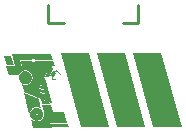
<source format=gbo>
G04 Layer: BottomSilkscreenLayer*
G04 EasyEDA v6.5.34, 2024-07-20 14:38:50*
G04 d238affa5e1f45398f1abd9929531197,9f2f25eebc5e4964923e048cec00becc,10*
G04 Gerber Generator version 0.2*
G04 Scale: 100 percent, Rotated: No, Reflected: No *
G04 Dimensions in inches *
G04 leading zeros omitted , absolute positions ,3 integer and 6 decimal *
%FSLAX36Y36*%
%MOIN*%

%ADD10C,0.0100*%

%LPD*%
G36*
X131640Y112960D02*
G01*
X199140Y-133360D01*
X293880Y-133360D01*
X226280Y112960D01*
G37*
G36*
X10520Y112960D02*
G01*
X78080Y-133280D01*
X172700Y-133360D01*
X172700Y-133060D01*
X105200Y112960D01*
G37*
G36*
X-109520Y112960D02*
G01*
X-109520Y112700D01*
X-42060Y-133200D01*
X-41920Y-133360D01*
X52640Y-133280D01*
X-14880Y112940D01*
G37*
G36*
X-140940Y112579D02*
G01*
X-271940Y111180D01*
X-272000Y111100D01*
X-262100Y71300D01*
X-262060Y70860D01*
X-291080Y71080D01*
X-282680Y40300D01*
X-249820Y40300D01*
X-248039Y44240D01*
X-245900Y47460D01*
X-242180Y51200D01*
X-238939Y53339D01*
X-235780Y54840D01*
X-235960Y55720D01*
X-245159Y90120D01*
X-245159Y90520D01*
X-206500Y90760D01*
X-206500Y91140D01*
X-208400Y96820D01*
X-191940Y90879D01*
X-191360Y90879D01*
X-191360Y91120D01*
X-193619Y98460D01*
X-190440Y98460D01*
X-188120Y90980D01*
X-188039Y90900D01*
X-135060Y91260D01*
X-134960Y91320D01*
G37*
G36*
X-296740Y104900D02*
G01*
X-296580Y104500D01*
X-288900Y74620D01*
X-265600Y74620D01*
X-273340Y104900D01*
G37*
G36*
X-134320Y88920D02*
G01*
X-187140Y88539D01*
X-187300Y88379D01*
X-185280Y81940D01*
X-188340Y81840D01*
X-188480Y82000D01*
X-190500Y88379D01*
X-191340Y88480D01*
X-202700Y81060D01*
X-203020Y81020D01*
X-205580Y88480D01*
X-216720Y88300D01*
X-242000Y88140D01*
X-242120Y88000D01*
X-233440Y55599D01*
X-230420Y56260D01*
X-225700Y56460D01*
X-222620Y56060D01*
X-219140Y55160D01*
X-216220Y53900D01*
X-214100Y52699D01*
X-211560Y50820D01*
X-209360Y48780D01*
X-207280Y46180D01*
X-205680Y43540D01*
X-204600Y41180D01*
X-203760Y38600D01*
X-203280Y36360D01*
X-202960Y33620D01*
X-202960Y31920D01*
X-164520Y31920D01*
X-146200Y69220D01*
X-130700Y69500D01*
X-128920Y69700D01*
G37*
G36*
X-138440Y66560D02*
G01*
X-143700Y66480D01*
X-160700Y33620D01*
X-148600Y33540D01*
X-148360Y33780D01*
X-134960Y61640D01*
X-135220Y62160D01*
G37*
G36*
X-121940Y57980D02*
G01*
X-129740Y53160D01*
X-129960Y52939D01*
X-126740Y49940D01*
X-126320Y50100D01*
X-122140Y53640D01*
X-108520Y39660D01*
X-108219Y39660D01*
X-108040Y40119D01*
G37*
G36*
X-134900Y55119D02*
G01*
X-143800Y37300D01*
X-129920Y34020D01*
X-124000Y46000D01*
X-124740Y46700D01*
X-134660Y55119D01*
G37*
G36*
X-224620Y53800D02*
G01*
X-230420Y53700D01*
X-234120Y52740D01*
X-236940Y51540D01*
X-239720Y49800D01*
X-242240Y47680D01*
X-244820Y44540D01*
X-246320Y42000D01*
X-247440Y39420D01*
X-248400Y35700D01*
X-248580Y30840D01*
X-248200Y28140D01*
X-247520Y25560D01*
X-246420Y22820D01*
X-245957Y22020D01*
X-238860Y22020D01*
X-217360Y44960D01*
X-215500Y43280D01*
X-235500Y21860D01*
X-237100Y20240D01*
X-238860Y22020D01*
X-245957Y22020D01*
X-244920Y20259D01*
X-243120Y17980D01*
X-240920Y15820D01*
X-238140Y13839D01*
X-234920Y12260D01*
X-231860Y11319D01*
X-228800Y10820D01*
X-225420Y10820D01*
X-222360Y11279D01*
X-219460Y12120D01*
X-216160Y13700D01*
X-213680Y15420D01*
X-210580Y18380D01*
X-208560Y21220D01*
X-206840Y24760D01*
X-206000Y27639D01*
X-205520Y30560D01*
X-205520Y34060D01*
X-206040Y37320D01*
X-207120Y40640D01*
X-208460Y43280D01*
X-209860Y45380D01*
X-211960Y47760D01*
X-213980Y49500D01*
X-216119Y50920D01*
X-218980Y52360D01*
X-221480Y53160D01*
G37*
G36*
X-138360Y33860D02*
G01*
X-137540Y24520D01*
X-115460Y24520D01*
X-115559Y25560D01*
X-134040Y27580D01*
X-133820Y33320D01*
X-137300Y33820D01*
G37*
G36*
X-203100Y29500D02*
G01*
X-203299Y28300D01*
X-204060Y25059D01*
X-204899Y22839D01*
X-206640Y19500D01*
X-208500Y16880D01*
X-211580Y13799D01*
X-213733Y12280D01*
X-186920Y12240D01*
X-164140Y2680D01*
X-164120Y40D01*
X-187320Y9740D01*
X-187320Y12280D01*
X-213733Y12280D01*
X-214400Y11820D01*
X-217900Y10020D01*
X-220740Y9060D01*
X-224140Y8340D01*
X-229780Y8340D01*
X-233400Y9060D01*
X-236220Y10040D01*
X-239360Y11600D01*
X-239360Y11299D01*
X-236320Y-300D01*
X-183660Y-320D01*
X-161220Y-9720D01*
X-160720Y-10040D01*
X-160820Y-12520D01*
X-183700Y-2940D01*
X-183800Y-300D01*
X-236320Y-300D01*
X-233159Y-12380D01*
X-180760Y-12380D01*
X-157760Y-22000D01*
X-157680Y-24620D01*
X-180799Y-14980D01*
X-180900Y-12380D01*
X-233159Y-12380D01*
X-232600Y-14520D01*
X-232340Y-14760D01*
X-140200Y-51880D01*
X-138820Y-52320D01*
X-162860Y29500D01*
G37*
G36*
X-231700Y-17580D02*
G01*
X-231800Y-17640D01*
X-213500Y-87780D01*
X-212760Y-83660D01*
X-211660Y-80380D01*
X-210320Y-77700D01*
X-208600Y-75100D01*
X-206220Y-72380D01*
X-203200Y-69920D01*
X-201060Y-68600D01*
X-198039Y-67180D01*
X-195460Y-66380D01*
X-192719Y-65780D01*
X-186119Y-65780D01*
X-182780Y-66520D01*
X-180000Y-67500D01*
X-177420Y-68800D01*
X-175320Y-70140D01*
X-173440Y-71680D01*
X-173280Y-71520D01*
X-182680Y-37420D01*
G37*
G36*
X-175479Y-40279D02*
G01*
X-175580Y-40519D01*
X-173160Y-48860D01*
X-170960Y-55940D01*
X-144640Y-56040D01*
X-144880Y-52680D01*
G37*
G36*
X-172320Y-58440D02*
G01*
X-172460Y-58680D01*
X-165560Y-81800D01*
X-134460Y-81800D01*
X-141440Y-58700D01*
X-141600Y-58440D01*
G37*
G36*
X-188860Y-68140D02*
G01*
X-191759Y-68300D01*
X-194579Y-68760D01*
X-197560Y-69740D01*
X-200140Y-71000D01*
X-202700Y-72700D01*
X-205680Y-75540D01*
X-207420Y-77860D01*
X-208900Y-80440D01*
X-209126Y-81020D01*
X-202659Y-81020D01*
X-201300Y-79060D01*
X-201100Y-79080D01*
X-175880Y-97780D01*
X-177360Y-99680D01*
X-177580Y-99680D01*
X-202360Y-81320D01*
X-202659Y-81020D01*
X-209126Y-81020D01*
X-209899Y-82980D01*
X-210660Y-85920D01*
X-211040Y-89680D01*
X-210680Y-93379D01*
X-209920Y-96380D01*
X-208920Y-98960D01*
X-207380Y-101620D01*
X-205920Y-103620D01*
X-203180Y-106380D01*
X-200300Y-108340D01*
X-197600Y-109700D01*
X-194740Y-110620D01*
X-191920Y-111180D01*
X-186759Y-111180D01*
X-183460Y-110480D01*
X-181119Y-109640D01*
X-177940Y-108020D01*
X-175479Y-106180D01*
X-173800Y-104660D01*
X-171840Y-102220D01*
X-170740Y-100480D01*
X-169420Y-97880D01*
X-168460Y-94960D01*
X-167940Y-92040D01*
X-167940Y-87360D01*
X-168520Y-84300D01*
X-169640Y-81080D01*
X-170960Y-78540D01*
X-172800Y-75960D01*
X-175320Y-73380D01*
X-177800Y-71520D01*
X-180159Y-70220D01*
X-182700Y-69200D01*
X-185780Y-68420D01*
G37*
G36*
X-165900Y-84060D02*
G01*
X-165900Y-84460D01*
X-165400Y-87200D01*
X-165380Y-92040D01*
X-165900Y-95100D01*
X-166700Y-97880D01*
X-167860Y-100580D01*
X-169500Y-103320D01*
X-170960Y-105239D01*
X-173220Y-107620D01*
X-175799Y-109640D01*
X-178299Y-111140D01*
X-181260Y-112420D01*
X-183939Y-113200D01*
X-186759Y-113680D01*
X-189500Y-113880D01*
X-193039Y-113560D01*
X-195600Y-113040D01*
X-198520Y-112060D01*
X-201260Y-110740D01*
X-204620Y-108480D01*
X-207880Y-105239D01*
X-209440Y-103140D01*
X-204860Y-120860D01*
X-204760Y-120960D01*
X-86940Y-120340D01*
X-86840Y-120220D01*
X-97180Y-84060D01*
G37*
G36*
X-90719Y-122720D02*
G01*
X-204100Y-123320D01*
X-204200Y-123440D01*
X-201100Y-135340D01*
X-189980Y-135140D01*
X-85600Y-133980D01*
X-83000Y-133820D01*
X-86160Y-122720D01*
G37*
D10*
X-150009Y275007D02*
G01*
X-150009Y215007D01*
X-98508Y215007D02*
G01*
X-150000Y215001D01*
X149991Y275007D02*
G01*
X149991Y215007D01*
X149991Y215007D02*
G01*
X98492Y215007D01*
M02*

</source>
